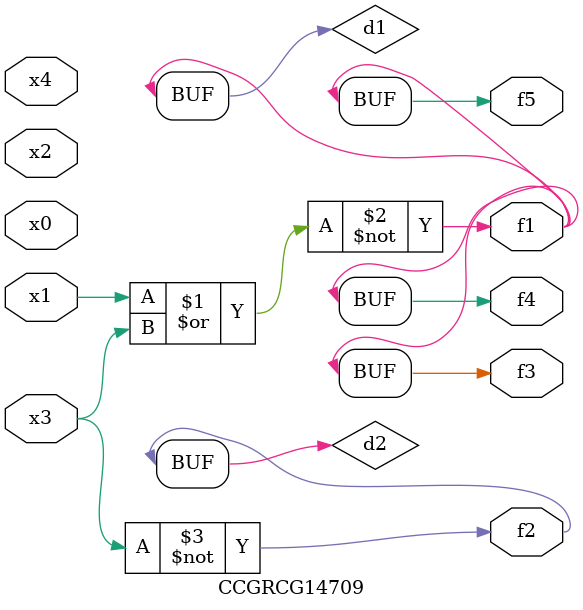
<source format=v>
module CCGRCG14709(
	input x0, x1, x2, x3, x4,
	output f1, f2, f3, f4, f5
);

	wire d1, d2;

	nor (d1, x1, x3);
	not (d2, x3);
	assign f1 = d1;
	assign f2 = d2;
	assign f3 = d1;
	assign f4 = d1;
	assign f5 = d1;
endmodule

</source>
